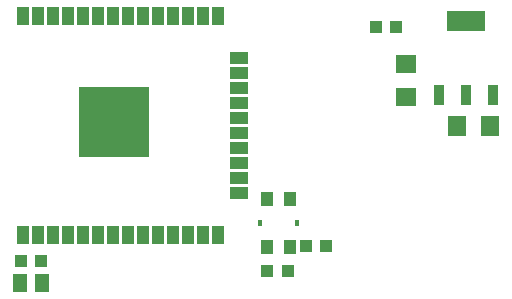
<source format=gbr>
G04 EAGLE Gerber RS-274X export*
G75*
%MOMM*%
%FSLAX34Y34*%
%LPD*%
%INSolderpaste Top*%
%IPPOS*%
%AMOC8*
5,1,8,0,0,1.08239X$1,22.5*%
G01*
%ADD10R,1.050000X1.080000*%
%ADD11R,1.300000X1.500000*%
%ADD12R,1.600000X1.800000*%
%ADD13R,1.800000X1.600000*%
%ADD14R,0.950000X1.750000*%
%ADD15R,3.200000X1.750000*%
%ADD16R,1.000000X1.500000*%
%ADD17R,1.500000X1.000000*%
%ADD18R,6.000000X6.000000*%
%ADD19R,1.000000X1.100000*%
%ADD20R,1.000000X1.250000*%
%ADD21R,0.400000X0.600000*%


D10*
X91300Y69850D03*
X73800Y69850D03*
D11*
X92050Y50800D03*
X73050Y50800D03*
D12*
X471200Y184150D03*
X443200Y184150D03*
D13*
X400050Y236250D03*
X400050Y208250D03*
D14*
X427850Y209800D03*
X450850Y209800D03*
X473850Y209800D03*
D15*
X450850Y272800D03*
D16*
X76050Y91650D03*
X88750Y91650D03*
X101450Y91650D03*
X114150Y91650D03*
X126850Y91650D03*
X139550Y91650D03*
X152250Y91650D03*
X164950Y91650D03*
X177650Y91650D03*
X190350Y91650D03*
X203050Y91650D03*
X215750Y91650D03*
X228450Y91650D03*
X241150Y91650D03*
D17*
X258550Y127150D03*
X258550Y139850D03*
X258550Y152550D03*
X258550Y165250D03*
X258550Y177950D03*
X258550Y190650D03*
X258550Y203350D03*
X258550Y216050D03*
X258550Y228750D03*
X258550Y241450D03*
D16*
X241150Y276650D03*
X228450Y276650D03*
X215750Y276650D03*
X203050Y276650D03*
X190350Y276650D03*
X177650Y276650D03*
X164950Y276650D03*
X152250Y276650D03*
X139550Y276650D03*
X126850Y276650D03*
X114150Y276650D03*
X101450Y276650D03*
X88750Y276650D03*
X76050Y276650D03*
D18*
X153050Y187150D03*
D19*
X315350Y82550D03*
X332350Y82550D03*
D20*
X282100Y81600D03*
X282100Y121600D03*
X302100Y81600D03*
X302100Y121600D03*
D21*
X276100Y101600D03*
X308100Y101600D03*
D10*
X299834Y60960D03*
X282334Y60960D03*
D19*
X374532Y267716D03*
X391532Y267716D03*
M02*

</source>
